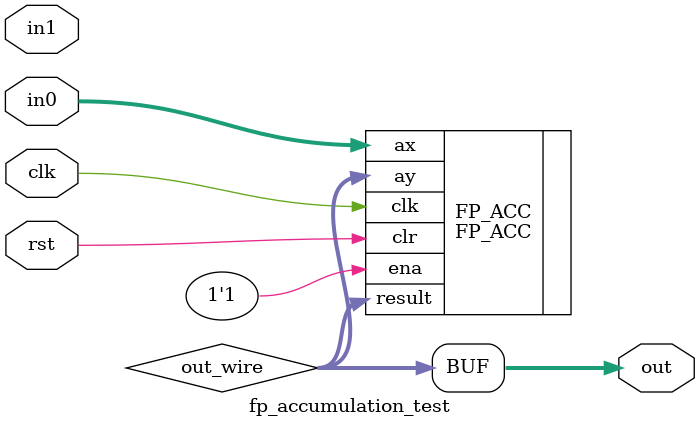
<source format=v>

module fp_accumulation_test(
	input clk,
	input rst,
	input [31:0] in0,
	input [31:0] in1,
	output [31:0] out
);

	wire [31:0] out_wire;
	assign out = out_wire;

	FP_ACC FP_ACC (
		.ax     (in0),     //   input,  width = 32,     ax.ax
		.ay     (out_wire),     //   input,  width = 32,     ay.ay
		.clk    (clk),    //   input,   width = 1,    clk.clk
		.clr    (rst),    //   input,   width = 1,    clr.clr
		.ena    (1'b1),    //   input,   width = 1,    ena.ena
		.result (out_wire)  //  output,  width = 32, result.result
	);


endmodule

</source>
